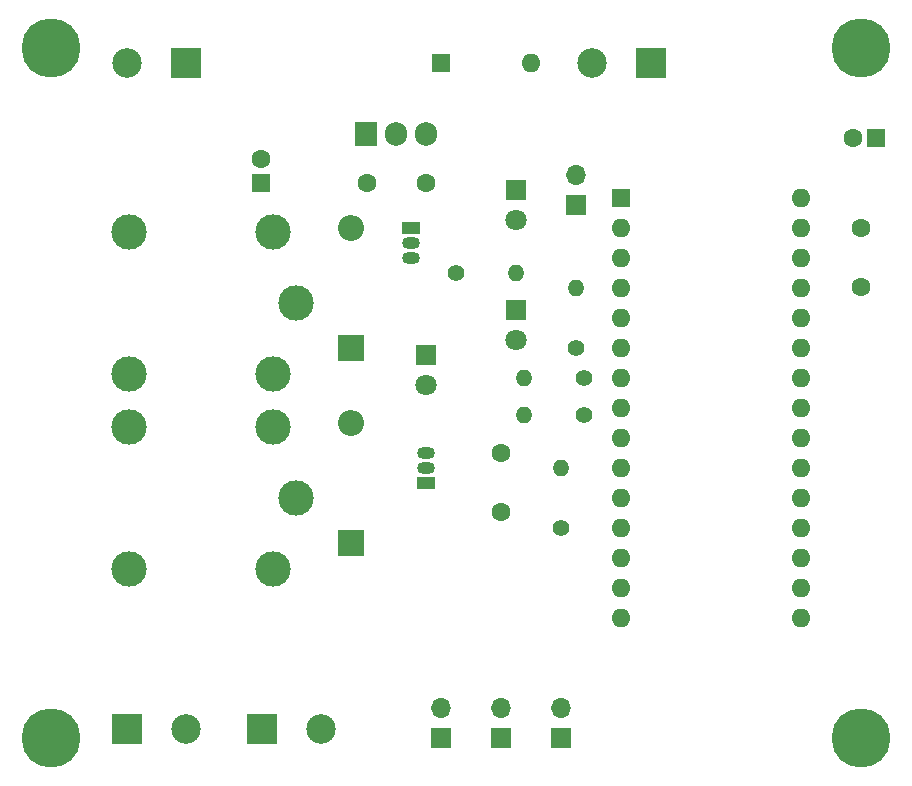
<source format=gbr>
%TF.GenerationSoftware,KiCad,Pcbnew,6.0.11+dfsg-1*%
%TF.CreationDate,2026-01-31T15:55:08+01:00*%
%TF.ProjectId,baliza,62616c69-7a61-42e6-9b69-6361645f7063,2*%
%TF.SameCoordinates,Original*%
%TF.FileFunction,Soldermask,Top*%
%TF.FilePolarity,Negative*%
%FSLAX46Y46*%
G04 Gerber Fmt 4.6, Leading zero omitted, Abs format (unit mm)*
G04 Created by KiCad (PCBNEW 6.0.11+dfsg-1) date 2026-01-31 15:55:08*
%MOMM*%
%LPD*%
G01*
G04 APERTURE LIST*
%ADD10R,1.800000X1.800000*%
%ADD11C,1.800000*%
%ADD12R,1.905000X2.000000*%
%ADD13O,1.905000X2.000000*%
%ADD14C,0.800000*%
%ADD15C,5.000000*%
%ADD16R,1.700000X1.700000*%
%ADD17O,1.700000X1.700000*%
%ADD18R,2.500000X2.500000*%
%ADD19C,2.500000*%
%ADD20R,1.600000X1.600000*%
%ADD21C,1.600000*%
%ADD22O,1.600000X1.600000*%
%ADD23C,3.000000*%
%ADD24R,1.500000X1.050000*%
%ADD25O,1.500000X1.050000*%
%ADD26C,1.400000*%
%ADD27O,1.400000X1.400000*%
%ADD28R,2.200000X2.200000*%
%ADD29O,2.200000X2.200000*%
G04 APERTURE END LIST*
D10*
%TO.C,D4*%
X130810000Y-69210000D03*
D11*
X130810000Y-71750000D03*
%TD*%
D12*
%TO.C,U1*%
X118110000Y-64445000D03*
D13*
X120650000Y-64445000D03*
X123190000Y-64445000D03*
%TD*%
D14*
%TO.C,REF\u002A\u002A*%
X161345825Y-55824175D03*
X158145000Y-57150000D03*
X160020000Y-55275000D03*
X160020000Y-59025000D03*
X158694175Y-55824175D03*
X161345825Y-58475825D03*
X158694175Y-58475825D03*
X161895000Y-57150000D03*
D15*
X160020000Y-57150000D03*
%TD*%
D16*
%TO.C,JP1*%
X124460000Y-115570000D03*
D17*
X124460000Y-113030000D03*
%TD*%
D18*
%TO.C,J2*%
X97830000Y-114800000D03*
D19*
X102830000Y-114800000D03*
%TD*%
D20*
%TO.C,C4*%
X161290000Y-64770000D03*
D21*
X159290000Y-64770000D03*
%TD*%
D14*
%TO.C,REF\u002A\u002A*%
X91440000Y-55275000D03*
X91440000Y-59025000D03*
X89565000Y-57150000D03*
X93315000Y-57150000D03*
D15*
X91440000Y-57150000D03*
D14*
X90114175Y-55824175D03*
X92765825Y-58475825D03*
X92765825Y-55824175D03*
X90114175Y-58475825D03*
%TD*%
D20*
%TO.C,C1*%
X109220000Y-68580000D03*
D21*
X109220000Y-66580000D03*
%TD*%
D20*
%TO.C,A1*%
X139700000Y-69850000D03*
D22*
X139700000Y-72390000D03*
X139700000Y-74930000D03*
X139700000Y-77470000D03*
X139700000Y-80010000D03*
X139700000Y-82550000D03*
X139700000Y-85090000D03*
X139700000Y-87630000D03*
X139700000Y-90170000D03*
X139700000Y-92710000D03*
X139700000Y-95250000D03*
X139700000Y-97790000D03*
X139700000Y-100330000D03*
X139700000Y-102870000D03*
X139700000Y-105410000D03*
X154940000Y-105410000D03*
X154940000Y-102870000D03*
X154940000Y-100330000D03*
X154940000Y-97790000D03*
X154940000Y-95250000D03*
X154940000Y-92710000D03*
X154940000Y-90170000D03*
X154940000Y-87630000D03*
X154940000Y-85090000D03*
X154940000Y-82550000D03*
X154940000Y-80010000D03*
X154940000Y-77470000D03*
X154940000Y-74930000D03*
X154940000Y-72390000D03*
X154940000Y-69850000D03*
%TD*%
D21*
%TO.C,C3*%
X129520000Y-96480000D03*
X129520000Y-91480000D03*
%TD*%
D10*
%TO.C,D6*%
X123190000Y-83180000D03*
D11*
X123190000Y-85720000D03*
%TD*%
D23*
%TO.C,K2*%
X112190000Y-78740000D03*
X97990000Y-84740000D03*
X97990000Y-72740000D03*
X110190000Y-72740000D03*
X110190000Y-84740000D03*
%TD*%
D24*
%TO.C,Q1*%
X123190000Y-93980000D03*
D25*
X123190000Y-92710000D03*
X123190000Y-91440000D03*
%TD*%
D26*
%TO.C,R3*%
X135890000Y-82550000D03*
D27*
X135890000Y-77470000D03*
%TD*%
D26*
%TO.C,R5*%
X136525000Y-88265000D03*
D27*
X131445000Y-88265000D03*
%TD*%
D20*
%TO.C,D3*%
X124460000Y-58420000D03*
D22*
X132080000Y-58420000D03*
%TD*%
D23*
%TO.C,K1*%
X112190000Y-95250000D03*
X97990000Y-101250000D03*
X97990000Y-89250000D03*
X110190000Y-89250000D03*
X110190000Y-101250000D03*
%TD*%
D14*
%TO.C,REF\u002A\u002A*%
X92765825Y-116895825D03*
X90114175Y-116895825D03*
X91440000Y-113695000D03*
D15*
X91440000Y-115570000D03*
D14*
X89565000Y-115570000D03*
X92765825Y-114244175D03*
X93315000Y-115570000D03*
X91440000Y-117445000D03*
X90114175Y-114244175D03*
%TD*%
D21*
%TO.C,C2*%
X118150000Y-68580000D03*
X123150000Y-68580000D03*
%TD*%
D26*
%TO.C,R1*%
X125730000Y-76200000D03*
D27*
X130810000Y-76200000D03*
%TD*%
D21*
%TO.C,C5*%
X160020000Y-77430000D03*
X160020000Y-72430000D03*
%TD*%
D10*
%TO.C,D5*%
X130810000Y-79370000D03*
D11*
X130810000Y-81910000D03*
%TD*%
D16*
%TO.C,JP3*%
X134620000Y-115570000D03*
D17*
X134620000Y-113030000D03*
%TD*%
D24*
%TO.C,Q2*%
X121920000Y-72390000D03*
D25*
X121920000Y-73660000D03*
X121920000Y-74930000D03*
%TD*%
D28*
%TO.C,D1*%
X116840000Y-99060000D03*
D29*
X116840000Y-88900000D03*
%TD*%
D14*
%TO.C,REF\u002A\u002A*%
X158694175Y-116895825D03*
D15*
X160020000Y-115570000D03*
D14*
X161345825Y-114244175D03*
X160020000Y-113695000D03*
X160020000Y-117445000D03*
X161345825Y-116895825D03*
X158694175Y-114244175D03*
X158145000Y-115570000D03*
X161895000Y-115570000D03*
%TD*%
D28*
%TO.C,D2*%
X116840000Y-82550000D03*
D29*
X116840000Y-72390000D03*
%TD*%
D18*
%TO.C,J1*%
X142240000Y-58420000D03*
D19*
X137240000Y-58420000D03*
%TD*%
D16*
%TO.C,JP4*%
X135890000Y-70485000D03*
D17*
X135890000Y-67945000D03*
%TD*%
D18*
%TO.C,J3*%
X109260000Y-114800000D03*
D19*
X114260000Y-114800000D03*
%TD*%
D26*
%TO.C,R4*%
X136525000Y-85090000D03*
D27*
X131445000Y-85090000D03*
%TD*%
D16*
%TO.C,JP2*%
X129540000Y-115570000D03*
D17*
X129540000Y-113030000D03*
%TD*%
D26*
%TO.C,R2*%
X134620000Y-97790000D03*
D27*
X134620000Y-92710000D03*
%TD*%
D18*
%TO.C,J4*%
X102870000Y-58420000D03*
D19*
X97870000Y-58420000D03*
%TD*%
M02*

</source>
